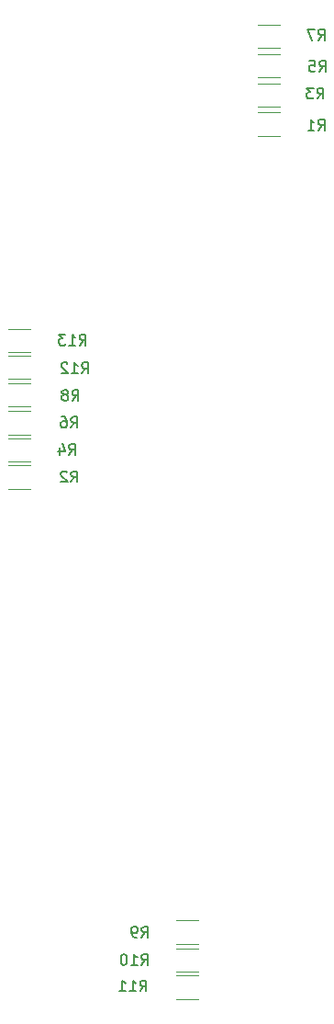
<source format=gbr>
G04 #@! TF.FileFunction,Legend,Bot*
%FSLAX46Y46*%
G04 Gerber Fmt 4.6, Leading zero omitted, Abs format (unit mm)*
G04 Created by KiCad (PCBNEW 4.0.7) date Thursday, 23 May 2019 'à' 18:13:34*
%MOMM*%
%LPD*%
G01*
G04 APERTURE LIST*
%ADD10C,0.100000*%
%ADD11C,0.120000*%
%ADD12C,0.150000*%
G04 APERTURE END LIST*
D10*
D11*
X169100000Y-50330000D02*
X167100000Y-50330000D01*
X167100000Y-52470000D02*
X169100000Y-52470000D01*
X146100000Y-82830000D02*
X144100000Y-82830000D01*
X144100000Y-84970000D02*
X146100000Y-84970000D01*
X169100000Y-47630000D02*
X167100000Y-47630000D01*
X167100000Y-49770000D02*
X169100000Y-49770000D01*
X146100000Y-80330000D02*
X144100000Y-80330000D01*
X144100000Y-82470000D02*
X146100000Y-82470000D01*
X169100000Y-44930000D02*
X167100000Y-44930000D01*
X167100000Y-47070000D02*
X169100000Y-47070000D01*
X146100000Y-77830000D02*
X144100000Y-77830000D01*
X144100000Y-79970000D02*
X146100000Y-79970000D01*
X169100000Y-42230000D02*
X167100000Y-42230000D01*
X167100000Y-44370000D02*
X169100000Y-44370000D01*
X146100000Y-75230000D02*
X144100000Y-75230000D01*
X144100000Y-77370000D02*
X146100000Y-77370000D01*
X159600000Y-126870000D02*
X161600000Y-126870000D01*
X161600000Y-124730000D02*
X159600000Y-124730000D01*
X159600000Y-129470000D02*
X161600000Y-129470000D01*
X161600000Y-127330000D02*
X159600000Y-127330000D01*
X159600000Y-131970000D02*
X161600000Y-131970000D01*
X161600000Y-129830000D02*
X159600000Y-129830000D01*
X146100000Y-72730000D02*
X144100000Y-72730000D01*
X144100000Y-74870000D02*
X146100000Y-74870000D01*
X146100000Y-70230000D02*
X144100000Y-70230000D01*
X144100000Y-72370000D02*
X146100000Y-72370000D01*
D12*
X172666666Y-51952381D02*
X173000000Y-51476190D01*
X173238095Y-51952381D02*
X173238095Y-50952381D01*
X172857142Y-50952381D01*
X172761904Y-51000000D01*
X172714285Y-51047619D01*
X172666666Y-51142857D01*
X172666666Y-51285714D01*
X172714285Y-51380952D01*
X172761904Y-51428571D01*
X172857142Y-51476190D01*
X173238095Y-51476190D01*
X171714285Y-51952381D02*
X172285714Y-51952381D01*
X172000000Y-51952381D02*
X172000000Y-50952381D01*
X172095238Y-51095238D01*
X172190476Y-51190476D01*
X172285714Y-51238095D01*
X149866666Y-84352381D02*
X150200000Y-83876190D01*
X150438095Y-84352381D02*
X150438095Y-83352381D01*
X150057142Y-83352381D01*
X149961904Y-83400000D01*
X149914285Y-83447619D01*
X149866666Y-83542857D01*
X149866666Y-83685714D01*
X149914285Y-83780952D01*
X149961904Y-83828571D01*
X150057142Y-83876190D01*
X150438095Y-83876190D01*
X149485714Y-83447619D02*
X149438095Y-83400000D01*
X149342857Y-83352381D01*
X149104761Y-83352381D01*
X149009523Y-83400000D01*
X148961904Y-83447619D01*
X148914285Y-83542857D01*
X148914285Y-83638095D01*
X148961904Y-83780952D01*
X149533333Y-84352381D01*
X148914285Y-84352381D01*
X172566666Y-49052381D02*
X172900000Y-48576190D01*
X173138095Y-49052381D02*
X173138095Y-48052381D01*
X172757142Y-48052381D01*
X172661904Y-48100000D01*
X172614285Y-48147619D01*
X172566666Y-48242857D01*
X172566666Y-48385714D01*
X172614285Y-48480952D01*
X172661904Y-48528571D01*
X172757142Y-48576190D01*
X173138095Y-48576190D01*
X172233333Y-48052381D02*
X171614285Y-48052381D01*
X171947619Y-48433333D01*
X171804761Y-48433333D01*
X171709523Y-48480952D01*
X171661904Y-48528571D01*
X171614285Y-48623810D01*
X171614285Y-48861905D01*
X171661904Y-48957143D01*
X171709523Y-49004762D01*
X171804761Y-49052381D01*
X172090476Y-49052381D01*
X172185714Y-49004762D01*
X172233333Y-48957143D01*
X149666666Y-81852381D02*
X150000000Y-81376190D01*
X150238095Y-81852381D02*
X150238095Y-80852381D01*
X149857142Y-80852381D01*
X149761904Y-80900000D01*
X149714285Y-80947619D01*
X149666666Y-81042857D01*
X149666666Y-81185714D01*
X149714285Y-81280952D01*
X149761904Y-81328571D01*
X149857142Y-81376190D01*
X150238095Y-81376190D01*
X148809523Y-81185714D02*
X148809523Y-81852381D01*
X149047619Y-80804762D02*
X149285714Y-81519048D01*
X148666666Y-81519048D01*
X172766666Y-46552381D02*
X173100000Y-46076190D01*
X173338095Y-46552381D02*
X173338095Y-45552381D01*
X172957142Y-45552381D01*
X172861904Y-45600000D01*
X172814285Y-45647619D01*
X172766666Y-45742857D01*
X172766666Y-45885714D01*
X172814285Y-45980952D01*
X172861904Y-46028571D01*
X172957142Y-46076190D01*
X173338095Y-46076190D01*
X171861904Y-45552381D02*
X172338095Y-45552381D01*
X172385714Y-46028571D01*
X172338095Y-45980952D01*
X172242857Y-45933333D01*
X172004761Y-45933333D01*
X171909523Y-45980952D01*
X171861904Y-46028571D01*
X171814285Y-46123810D01*
X171814285Y-46361905D01*
X171861904Y-46457143D01*
X171909523Y-46504762D01*
X172004761Y-46552381D01*
X172242857Y-46552381D01*
X172338095Y-46504762D01*
X172385714Y-46457143D01*
X149866666Y-79352381D02*
X150200000Y-78876190D01*
X150438095Y-79352381D02*
X150438095Y-78352381D01*
X150057142Y-78352381D01*
X149961904Y-78400000D01*
X149914285Y-78447619D01*
X149866666Y-78542857D01*
X149866666Y-78685714D01*
X149914285Y-78780952D01*
X149961904Y-78828571D01*
X150057142Y-78876190D01*
X150438095Y-78876190D01*
X149009523Y-78352381D02*
X149200000Y-78352381D01*
X149295238Y-78400000D01*
X149342857Y-78447619D01*
X149438095Y-78590476D01*
X149485714Y-78780952D01*
X149485714Y-79161905D01*
X149438095Y-79257143D01*
X149390476Y-79304762D01*
X149295238Y-79352381D01*
X149104761Y-79352381D01*
X149009523Y-79304762D01*
X148961904Y-79257143D01*
X148914285Y-79161905D01*
X148914285Y-78923810D01*
X148961904Y-78828571D01*
X149009523Y-78780952D01*
X149104761Y-78733333D01*
X149295238Y-78733333D01*
X149390476Y-78780952D01*
X149438095Y-78828571D01*
X149485714Y-78923810D01*
X172666666Y-43652381D02*
X173000000Y-43176190D01*
X173238095Y-43652381D02*
X173238095Y-42652381D01*
X172857142Y-42652381D01*
X172761904Y-42700000D01*
X172714285Y-42747619D01*
X172666666Y-42842857D01*
X172666666Y-42985714D01*
X172714285Y-43080952D01*
X172761904Y-43128571D01*
X172857142Y-43176190D01*
X173238095Y-43176190D01*
X172333333Y-42652381D02*
X171666666Y-42652381D01*
X172095238Y-43652381D01*
X149966666Y-76852381D02*
X150300000Y-76376190D01*
X150538095Y-76852381D02*
X150538095Y-75852381D01*
X150157142Y-75852381D01*
X150061904Y-75900000D01*
X150014285Y-75947619D01*
X149966666Y-76042857D01*
X149966666Y-76185714D01*
X150014285Y-76280952D01*
X150061904Y-76328571D01*
X150157142Y-76376190D01*
X150538095Y-76376190D01*
X149395238Y-76280952D02*
X149490476Y-76233333D01*
X149538095Y-76185714D01*
X149585714Y-76090476D01*
X149585714Y-76042857D01*
X149538095Y-75947619D01*
X149490476Y-75900000D01*
X149395238Y-75852381D01*
X149204761Y-75852381D01*
X149109523Y-75900000D01*
X149061904Y-75947619D01*
X149014285Y-76042857D01*
X149014285Y-76090476D01*
X149061904Y-76185714D01*
X149109523Y-76233333D01*
X149204761Y-76280952D01*
X149395238Y-76280952D01*
X149490476Y-76328571D01*
X149538095Y-76376190D01*
X149585714Y-76471429D01*
X149585714Y-76661905D01*
X149538095Y-76757143D01*
X149490476Y-76804762D01*
X149395238Y-76852381D01*
X149204761Y-76852381D01*
X149109523Y-76804762D01*
X149061904Y-76757143D01*
X149014285Y-76661905D01*
X149014285Y-76471429D01*
X149061904Y-76376190D01*
X149109523Y-76328571D01*
X149204761Y-76280952D01*
X156376666Y-126309381D02*
X156710000Y-125833190D01*
X156948095Y-126309381D02*
X156948095Y-125309381D01*
X156567142Y-125309381D01*
X156471904Y-125357000D01*
X156424285Y-125404619D01*
X156376666Y-125499857D01*
X156376666Y-125642714D01*
X156424285Y-125737952D01*
X156471904Y-125785571D01*
X156567142Y-125833190D01*
X156948095Y-125833190D01*
X155900476Y-126309381D02*
X155710000Y-126309381D01*
X155614761Y-126261762D01*
X155567142Y-126214143D01*
X155471904Y-126071286D01*
X155424285Y-125880810D01*
X155424285Y-125499857D01*
X155471904Y-125404619D01*
X155519523Y-125357000D01*
X155614761Y-125309381D01*
X155805238Y-125309381D01*
X155900476Y-125357000D01*
X155948095Y-125404619D01*
X155995714Y-125499857D01*
X155995714Y-125737952D01*
X155948095Y-125833190D01*
X155900476Y-125880810D01*
X155805238Y-125928429D01*
X155614761Y-125928429D01*
X155519523Y-125880810D01*
X155471904Y-125833190D01*
X155424285Y-125737952D01*
X156344857Y-128849381D02*
X156678191Y-128373190D01*
X156916286Y-128849381D02*
X156916286Y-127849381D01*
X156535333Y-127849381D01*
X156440095Y-127897000D01*
X156392476Y-127944619D01*
X156344857Y-128039857D01*
X156344857Y-128182714D01*
X156392476Y-128277952D01*
X156440095Y-128325571D01*
X156535333Y-128373190D01*
X156916286Y-128373190D01*
X155392476Y-128849381D02*
X155963905Y-128849381D01*
X155678191Y-128849381D02*
X155678191Y-127849381D01*
X155773429Y-127992238D01*
X155868667Y-128087476D01*
X155963905Y-128135095D01*
X154773429Y-127849381D02*
X154678190Y-127849381D01*
X154582952Y-127897000D01*
X154535333Y-127944619D01*
X154487714Y-128039857D01*
X154440095Y-128230333D01*
X154440095Y-128468429D01*
X154487714Y-128658905D01*
X154535333Y-128754143D01*
X154582952Y-128801762D01*
X154678190Y-128849381D01*
X154773429Y-128849381D01*
X154868667Y-128801762D01*
X154916286Y-128754143D01*
X154963905Y-128658905D01*
X155011524Y-128468429D01*
X155011524Y-128230333D01*
X154963905Y-128039857D01*
X154916286Y-127944619D01*
X154868667Y-127897000D01*
X154773429Y-127849381D01*
X156217857Y-131262381D02*
X156551191Y-130786190D01*
X156789286Y-131262381D02*
X156789286Y-130262381D01*
X156408333Y-130262381D01*
X156313095Y-130310000D01*
X156265476Y-130357619D01*
X156217857Y-130452857D01*
X156217857Y-130595714D01*
X156265476Y-130690952D01*
X156313095Y-130738571D01*
X156408333Y-130786190D01*
X156789286Y-130786190D01*
X155265476Y-131262381D02*
X155836905Y-131262381D01*
X155551191Y-131262381D02*
X155551191Y-130262381D01*
X155646429Y-130405238D01*
X155741667Y-130500476D01*
X155836905Y-130548095D01*
X154313095Y-131262381D02*
X154884524Y-131262381D01*
X154598810Y-131262381D02*
X154598810Y-130262381D01*
X154694048Y-130405238D01*
X154789286Y-130500476D01*
X154884524Y-130548095D01*
X150842857Y-74352381D02*
X151176191Y-73876190D01*
X151414286Y-74352381D02*
X151414286Y-73352381D01*
X151033333Y-73352381D01*
X150938095Y-73400000D01*
X150890476Y-73447619D01*
X150842857Y-73542857D01*
X150842857Y-73685714D01*
X150890476Y-73780952D01*
X150938095Y-73828571D01*
X151033333Y-73876190D01*
X151414286Y-73876190D01*
X149890476Y-74352381D02*
X150461905Y-74352381D01*
X150176191Y-74352381D02*
X150176191Y-73352381D01*
X150271429Y-73495238D01*
X150366667Y-73590476D01*
X150461905Y-73638095D01*
X149509524Y-73447619D02*
X149461905Y-73400000D01*
X149366667Y-73352381D01*
X149128571Y-73352381D01*
X149033333Y-73400000D01*
X148985714Y-73447619D01*
X148938095Y-73542857D01*
X148938095Y-73638095D01*
X148985714Y-73780952D01*
X149557143Y-74352381D01*
X148938095Y-74352381D01*
X150642857Y-71752381D02*
X150976191Y-71276190D01*
X151214286Y-71752381D02*
X151214286Y-70752381D01*
X150833333Y-70752381D01*
X150738095Y-70800000D01*
X150690476Y-70847619D01*
X150642857Y-70942857D01*
X150642857Y-71085714D01*
X150690476Y-71180952D01*
X150738095Y-71228571D01*
X150833333Y-71276190D01*
X151214286Y-71276190D01*
X149690476Y-71752381D02*
X150261905Y-71752381D01*
X149976191Y-71752381D02*
X149976191Y-70752381D01*
X150071429Y-70895238D01*
X150166667Y-70990476D01*
X150261905Y-71038095D01*
X149357143Y-70752381D02*
X148738095Y-70752381D01*
X149071429Y-71133333D01*
X148928571Y-71133333D01*
X148833333Y-71180952D01*
X148785714Y-71228571D01*
X148738095Y-71323810D01*
X148738095Y-71561905D01*
X148785714Y-71657143D01*
X148833333Y-71704762D01*
X148928571Y-71752381D01*
X149214286Y-71752381D01*
X149309524Y-71704762D01*
X149357143Y-71657143D01*
M02*

</source>
